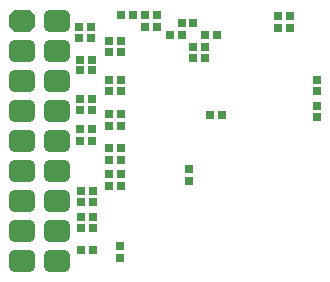
<source format=gbr>
%TF.GenerationSoftware,Altium Limited,Altium Designer,23.3.1 (30)*%
G04 Layer_Color=16711935*
%FSLAX45Y45*%
%MOMM*%
%TF.SameCoordinates,B56B3050-E4CE-4FE9-8081-1B6FDF6B35C2*%
%TF.FilePolarity,Negative*%
%TF.FileFunction,Soldermask,Bot*%
%TF.Part,Single*%
G01*
G75*
%TA.AperFunction,SMDPad,CuDef*%
G04:AMPARAMS|DCode=49|XSize=0.75mm|YSize=0.75mm|CornerRadius=0.225mm|HoleSize=0mm|Usage=FLASHONLY|Rotation=270.000|XOffset=0mm|YOffset=0mm|HoleType=Round|Shape=RoundedRectangle|*
%AMROUNDEDRECTD49*
21,1,0.75000,0.30000,0,0,270.0*
21,1,0.30000,0.75000,0,0,270.0*
1,1,0.45000,-0.15000,-0.15000*
1,1,0.45000,-0.15000,0.15000*
1,1,0.45000,0.15000,0.15000*
1,1,0.45000,0.15000,-0.15000*
%
%ADD49ROUNDEDRECTD49*%
G04:AMPARAMS|DCode=50|XSize=0.75mm|YSize=0.75mm|CornerRadius=0.225mm|HoleSize=0mm|Usage=FLASHONLY|Rotation=0.000|XOffset=0mm|YOffset=0mm|HoleType=Round|Shape=RoundedRectangle|*
%AMROUNDEDRECTD50*
21,1,0.75000,0.30000,0,0,0.0*
21,1,0.30000,0.75000,0,0,0.0*
1,1,0.45000,0.15000,-0.15000*
1,1,0.45000,-0.15000,-0.15000*
1,1,0.45000,-0.15000,0.15000*
1,1,0.45000,0.15000,0.15000*
%
%ADD50ROUNDEDRECTD50*%
%TA.AperFunction,ComponentPad*%
G04:AMPARAMS|DCode=51|XSize=1.85mm|YSize=2.25mm|CornerRadius=0mm|HoleSize=0mm|Usage=FLASHONLY|Rotation=270.000|XOffset=0mm|YOffset=0mm|HoleType=Round|Shape=Octagon|*
%AMOCTAGOND51*
4,1,8,1.12500,0.46250,1.12500,-0.46250,0.66250,-0.92500,-0.66250,-0.92500,-1.12500,-0.46250,-1.12500,0.46250,-0.66250,0.92500,0.66250,0.92500,1.12500,0.46250,0.0*
%
%ADD51OCTAGOND51*%

G04:AMPARAMS|DCode=52|XSize=1.85mm|YSize=2.25mm|CornerRadius=0.5mm|HoleSize=0mm|Usage=FLASHONLY|Rotation=270.000|XOffset=0mm|YOffset=0mm|HoleType=Round|Shape=RoundedRectangle|*
%AMROUNDEDRECTD52*
21,1,1.85000,1.25001,0,0,270.0*
21,1,0.85000,2.25000,0,0,270.0*
1,1,1.00000,-0.62500,-0.42500*
1,1,1.00000,-0.62500,0.42500*
1,1,1.00000,0.62500,0.42500*
1,1,1.00000,0.62500,-0.42500*
%
%ADD52ROUNDEDRECTD52*%
D49*
X1100000Y2380000D02*
D03*
X1000000D02*
D03*
X1850000Y1530000D02*
D03*
X1750000D02*
D03*
X760000Y390000D02*
D03*
X660000D02*
D03*
X2330000Y2270000D02*
D03*
X2430000D02*
D03*
X750000Y1670000D02*
D03*
X650000D02*
D03*
X759999Y889998D02*
D03*
X659999D02*
D03*
X1000000Y1250000D02*
D03*
X900000D02*
D03*
X1000000Y1830000D02*
D03*
X900000D02*
D03*
X750000Y2000000D02*
D03*
X650000D02*
D03*
X1300000Y2380000D02*
D03*
X1200000D02*
D03*
X1610000Y2310000D02*
D03*
X1510000D02*
D03*
X1000000Y1540000D02*
D03*
X900000D02*
D03*
X1810000Y2210000D02*
D03*
X1710000D02*
D03*
X1000000Y1030000D02*
D03*
X900000D02*
D03*
X1000000Y2160000D02*
D03*
X900000D02*
D03*
X740000Y2280000D02*
D03*
X640000D02*
D03*
X2330000Y2370000D02*
D03*
X2430000D02*
D03*
X750000Y1410000D02*
D03*
X650000D02*
D03*
X650000Y1570000D02*
D03*
X750000D02*
D03*
X1510000Y2210000D02*
D03*
X1410000D02*
D03*
X650000Y1310000D02*
D03*
X750000D02*
D03*
X1200000Y2280000D02*
D03*
X1300000D02*
D03*
X900000Y1440000D02*
D03*
X1000000D02*
D03*
X660000Y790000D02*
D03*
X760000D02*
D03*
X1000000Y1150000D02*
D03*
X900000D02*
D03*
X760000Y670000D02*
D03*
X660000D02*
D03*
X760000Y570000D02*
D03*
X660000D02*
D03*
X1000000Y930000D02*
D03*
X900000D02*
D03*
X1000000Y1730000D02*
D03*
X900000D02*
D03*
X750000Y1910000D02*
D03*
X650000D02*
D03*
X900000Y2060000D02*
D03*
X1000000D02*
D03*
X640000Y2180000D02*
D03*
X740000D02*
D03*
D50*
X1610000Y2110000D02*
D03*
Y2010000D02*
D03*
X2660000Y1830000D02*
D03*
Y1730000D02*
D03*
X990000Y320000D02*
D03*
Y420000D02*
D03*
X1710000Y2010000D02*
D03*
Y2110000D02*
D03*
X2660000Y1510000D02*
D03*
Y1610000D02*
D03*
X1570000Y1070000D02*
D03*
Y970000D02*
D03*
D51*
X160000Y2326000D02*
D03*
D52*
Y2072000D02*
D03*
Y1818000D02*
D03*
Y1564000D02*
D03*
Y1310000D02*
D03*
Y1056000D02*
D03*
Y802000D02*
D03*
X454000Y2326000D02*
D03*
Y2072000D02*
D03*
Y1818000D02*
D03*
Y1564000D02*
D03*
Y1310000D02*
D03*
Y1056000D02*
D03*
Y802000D02*
D03*
X160000Y548000D02*
D03*
Y294000D02*
D03*
X454000Y548000D02*
D03*
Y294000D02*
D03*
%TF.MD5,5deddaadd52f3e2da5cd33368c39bfbb*%
M02*

</source>
